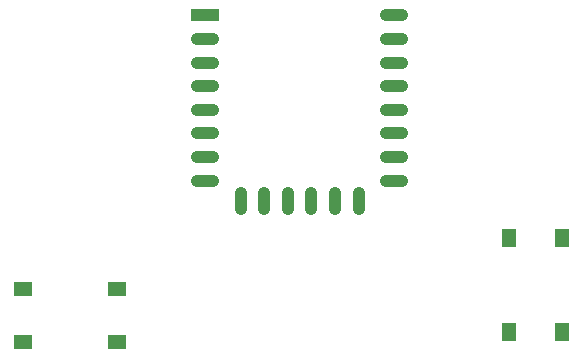
<source format=gtp>
G04 #@! TF.FileFunction,Paste,Top*
%FSLAX46Y46*%
G04 Gerber Fmt 4.6, Leading zero omitted, Abs format (unit mm)*
G04 Created by KiCad (PCBNEW 4.0.1-stable) date Sun 03 Jan 2016 01:50:34 PM EET*
%MOMM*%
G01*
G04 APERTURE LIST*
%ADD10C,0.100000*%
%ADD11O,1.100000X2.400000*%
%ADD12R,2.400000X1.100000*%
%ADD13O,2.400000X1.100000*%
%ADD14R,1.295400X1.549400*%
%ADD15R,1.549400X1.295400*%
G04 APERTURE END LIST*
D10*
D11*
X143960000Y-105920000D03*
X145960000Y-105920000D03*
X147960000Y-105920000D03*
X149960000Y-105920000D03*
X151960000Y-105920000D03*
X153960000Y-105920000D03*
D12*
X140970000Y-90170000D03*
D13*
X140970000Y-92170000D03*
X140970000Y-94170000D03*
X140970000Y-96170000D03*
X140970000Y-98170000D03*
X140970000Y-100170000D03*
X140970000Y-102170000D03*
X140970000Y-104170000D03*
X156970000Y-104170000D03*
X156970000Y-102170000D03*
X156970000Y-100170000D03*
X156970000Y-98170000D03*
X156970000Y-96170000D03*
X156970000Y-94170000D03*
X156970000Y-92170000D03*
X156970000Y-90170000D03*
D14*
X171157900Y-109032040D03*
X171157900Y-117027960D03*
X166662100Y-117027960D03*
X166662100Y-109032040D03*
D15*
X125542040Y-113322100D03*
X133537960Y-113322100D03*
X133537960Y-117817900D03*
X125542040Y-117817900D03*
M02*

</source>
